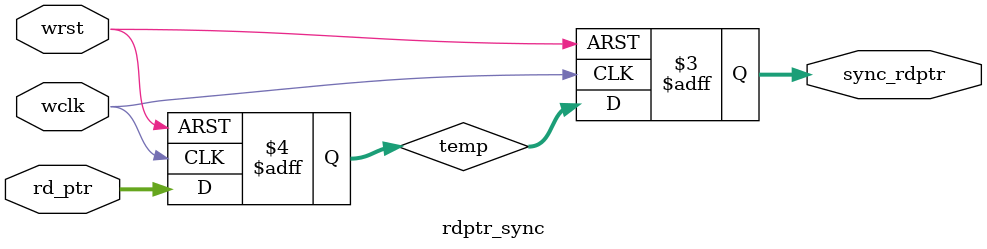
<source format=v>
module rdptr_sync #(parameter addr_size=4)(input wclk,wrst,input[addr_size:0]rd_ptr,output reg[addr_size:0]sync_rdptr);

reg [addr_size:0]temp;
always@(posedge wclk or negedge wrst)//write pointer work on read clock
begin
if(!wrst)begin sync_rdptr<=0;
						temp<=0; end
else begin
			temp<=rd_ptr;
			sync_rdptr<=temp;
		end
end
endmodule

</source>
